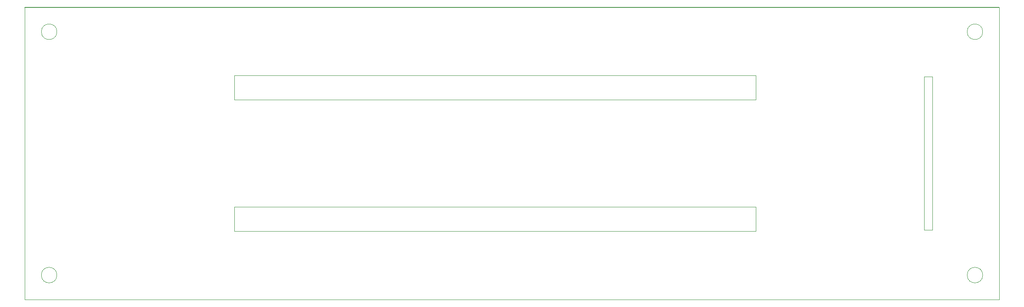
<source format=gbr>
G04 This is an RS-274x file exported by *
G04 gerbv version 2.10.0~037b94 *
G04 More information is available about gerbv at *
G04 https://gerbv.github.io/ *
G04 --End of header info--*
%MOIN*%
%FSLAX36Y36*%
%IPPOS*%
G04 --Define apertures--*
%ADD10C,0.0039*%
%ADD11C,0.0059*%
G04 --Start main section--*
G54D10*
G01X7740157Y0196850D02*
G75*
G03X7740157Y0196850I-062992J0000000D01*
G01X1692913Y0748031D02*
G01X5905512Y0748031D01*
G01X5905512Y0748031D02*
G01X5905512Y0551181D01*
G01X5905512Y0551181D02*
G01X1692913Y0551181D01*
G01X1692913Y0551181D02*
G01X1692913Y0748031D01*
G01X0259843Y2165354D02*
G75*
G03X0259843Y2165354I-062992J0000000D01*
G01X0259843Y0196850D02*
G75*
G03X0259843Y0196850I-062992J0000000D01*
G01X0000000Y0000000D02*
G01X0000000Y2362205D01*
G01X7874016Y0000000D02*
G01X0000000Y0000000D01*
G54D11*
G01X0000000Y2362205D02*
G01X7874016Y2362205D01*
G54D10*
G01X7267717Y1801181D02*
G01X7334646Y1801181D01*
G01X7334646Y1801181D02*
G01X7334646Y0561024D01*
G01X7334646Y0561024D02*
G01X7267717Y0561024D01*
G01X7267717Y0561024D02*
G01X7267717Y1801181D01*
G01X1692913Y1811024D02*
G01X5905512Y1811024D01*
G01X5905512Y1811024D02*
G01X5905512Y1614173D01*
G01X5905512Y1614173D02*
G01X1692913Y1614173D01*
G01X1692913Y1614173D02*
G01X1692913Y1811024D01*
G01X7874016Y2362205D02*
G01X7874016Y0000000D01*
G01X7740157Y2165354D02*
G75*
G03X7740157Y2165354I-062992J0000000D01*
M02*

</source>
